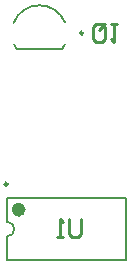
<source format=gbo>
G04 Layer_Color=13813960*
%FSAX43Y43*%
%MOMM*%
G71*
G01*
G75*
%ADD23C,0.200*%
%ADD24C,0.254*%
%ADD35C,0.600*%
%ADD36C,0.250*%
D23*
X0028986Y0034036D02*
G03*
X0028986Y0035306I0000000J0000635D01*
G01*
X0033705Y0049966D02*
G03*
X0033903Y0050328I-0001955J0001304D01*
G01*
X0029603Y0050316D02*
G03*
X0029795Y0049966I0002147J0000954D01*
G01*
X0033923Y0052165D02*
G03*
X0029560Y0052122I-0002173J-0000895D01*
G01*
X0039086Y0032021D02*
Y0037321D01*
X0028986Y0032021D02*
Y0034036D01*
Y0035306D02*
Y0037321D01*
Y0032021D02*
X0039086D01*
X0028986Y0037321D02*
X0039086D01*
X0029816Y0049935D02*
X0033684D01*
D24*
X0035306Y0035559D02*
Y0034290D01*
X0035052Y0034036D01*
X0034544D01*
X0034290Y0034290D01*
Y0035559D01*
X0033783Y0034036D02*
X0033275D01*
X0033529D01*
Y0035559D01*
X0033783Y0035306D01*
X0037338Y0051778D02*
Y0050762D01*
X0037084Y0050508D01*
X0036576D01*
X0036322Y0050762D01*
Y0051778D01*
X0036576Y0052032D01*
X0037084D01*
X0036830Y0051524D02*
X0037338Y0052032D01*
X0037084D02*
X0037338Y0051778D01*
X0037845Y0052032D02*
X0038353D01*
X0038099D01*
Y0050508D01*
X0037845Y0050762D01*
D35*
X0030286Y0036321D02*
G03*
X0030286Y0036321I-0000300J0000000D01*
G01*
D36*
X0029051Y0038481D02*
G03*
X0029051Y0038481I-0000125J0000000D01*
G01*
X0035460Y0051270D02*
G03*
X0035460Y0051270I-0000125J0000000D01*
G01*
M02*

</source>
